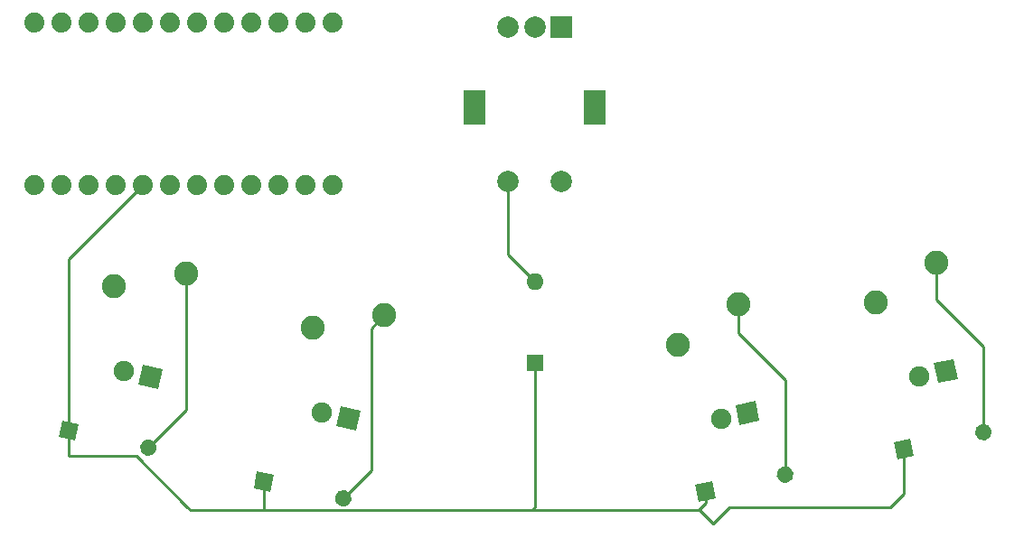
<source format=gtl>
G04 #@! TF.GenerationSoftware,KiCad,Pcbnew,(5.1.9)-1*
G04 #@! TF.CreationDate,2021-01-29T11:50:50-08:00*
G04 #@! TF.ProjectId,foursu-pcb,666f7572-7375-42d7-9063-622e6b696361,rev?*
G04 #@! TF.SameCoordinates,Original*
G04 #@! TF.FileFunction,Copper,L1,Top*
G04 #@! TF.FilePolarity,Positive*
%FSLAX46Y46*%
G04 Gerber Fmt 4.6, Leading zero omitted, Abs format (unit mm)*
G04 Created by KiCad (PCBNEW (5.1.9)-1) date 2021-01-29 11:50:50*
%MOMM*%
%LPD*%
G01*
G04 APERTURE LIST*
G04 #@! TA.AperFunction,ComponentPad*
%ADD10R,2.000000X2.000000*%
G04 #@! TD*
G04 #@! TA.AperFunction,ComponentPad*
%ADD11C,2.000000*%
G04 #@! TD*
G04 #@! TA.AperFunction,ComponentPad*
%ADD12R,2.000000X3.200000*%
G04 #@! TD*
G04 #@! TA.AperFunction,ComponentPad*
%ADD13C,0.100000*%
G04 #@! TD*
G04 #@! TA.AperFunction,ComponentPad*
%ADD14C,1.905000*%
G04 #@! TD*
G04 #@! TA.AperFunction,ComponentPad*
%ADD15C,2.250000*%
G04 #@! TD*
G04 #@! TA.AperFunction,ComponentPad*
%ADD16O,1.600000X1.600000*%
G04 #@! TD*
G04 #@! TA.AperFunction,ComponentPad*
%ADD17R,1.600000X1.600000*%
G04 #@! TD*
G04 #@! TA.AperFunction,ComponentPad*
%ADD18C,1.879600*%
G04 #@! TD*
G04 #@! TA.AperFunction,Conductor*
%ADD19C,0.254000*%
G04 #@! TD*
G04 APERTURE END LIST*
D10*
G04 #@! TO.P,SW1,A*
G04 #@! TO.N,ENC1*
X94130000Y-130300000D03*
D11*
G04 #@! TO.P,SW1,C*
G04 #@! TO.N,GND*
X91630000Y-130300000D03*
G04 #@! TO.P,SW1,B*
G04 #@! TO.N,ENC0*
X89130000Y-130300000D03*
D12*
G04 #@! TO.P,SW1,MP*
G04 #@! TO.N,N/C*
X97230000Y-137800000D03*
X86030000Y-137800000D03*
D11*
G04 #@! TO.P,SW1,S2*
G04 #@! TO.N,COL4*
X94130000Y-144800000D03*
G04 #@! TO.P,SW1,S1*
G04 #@! TO.N,Net-(D5-Pad2)*
X89130000Y-144800000D03*
G04 #@! TD*
G04 #@! TA.AperFunction,ComponentPad*
D13*
G04 #@! TO.P,MX4,4*
G04 #@! TO.N,N/C*
G36*
X129404789Y-163674663D02*
G01*
X129008718Y-161811292D01*
X130872089Y-161415221D01*
X131268160Y-163278592D01*
X129404789Y-163674663D01*
G37*
G04 #@! TD.AperFunction*
D14*
G04 #@! TO.P,MX4,3*
X127653944Y-163073038D03*
D15*
G04 #@! TO.P,MX4,1*
G04 #@! TO.N,COL3*
X123585162Y-156147649D03*
G04 #@! TO.P,MX4,2*
G04 #@! TO.N,Net-(D4-Pad2)*
X129268304Y-152342914D03*
G04 #@! TD*
G04 #@! TA.AperFunction,ComponentPad*
D13*
G04 #@! TO.P,MX3,4*
G04 #@! TO.N,N/C*
G36*
X110824789Y-167624663D02*
G01*
X110428718Y-165761292D01*
X112292089Y-165365221D01*
X112688160Y-167228592D01*
X110824789Y-167624663D01*
G37*
G04 #@! TD.AperFunction*
D14*
G04 #@! TO.P,MX3,3*
X109073944Y-167023038D03*
D15*
G04 #@! TO.P,MX3,1*
G04 #@! TO.N,COL2*
X105005162Y-160097649D03*
G04 #@! TO.P,MX3,2*
G04 #@! TO.N,Net-(D3-Pad2)*
X110688304Y-156292914D03*
G04 #@! TD*
G04 #@! TA.AperFunction,ComponentPad*
D13*
G04 #@! TO.P,MX2,4*
G04 #@! TO.N,N/C*
G36*
X73076335Y-167726688D02*
G01*
X73472406Y-165863317D01*
X75335777Y-166259388D01*
X74939706Y-168122759D01*
X73076335Y-167726688D01*
G37*
G04 #@! TD.AperFunction*
D14*
G04 #@! TO.P,MX2,3*
X71721561Y-166464942D03*
D15*
G04 #@! TO.P,MX2,1*
G04 #@! TO.N,COL1*
X70821353Y-158483362D03*
G04 #@! TO.P,MX2,2*
G04 #@! TO.N,Net-(D2-Pad2)*
X77560686Y-157319106D03*
G04 #@! TD*
G04 #@! TA.AperFunction,ComponentPad*
D13*
G04 #@! TO.P,MX1,4*
G04 #@! TO.N,N/C*
G36*
X54506335Y-163796688D02*
G01*
X54902406Y-161933317D01*
X56765777Y-162329388D01*
X56369706Y-164192759D01*
X54506335Y-163796688D01*
G37*
G04 #@! TD.AperFunction*
D14*
G04 #@! TO.P,MX1,3*
X53151561Y-162534942D03*
D15*
G04 #@! TO.P,MX1,1*
G04 #@! TO.N,COL0*
X52251353Y-154553362D03*
G04 #@! TO.P,MX1,2*
G04 #@! TO.N,Net-(D1-Pad2)*
X58990686Y-153389106D03*
G04 #@! TD*
D16*
G04 #@! TO.P,D5,2*
G04 #@! TO.N,Net-(D5-Pad2)*
X91643750Y-154173750D03*
D17*
G04 #@! TO.P,D5,1*
G04 #@! TO.N,ROW0*
X91643750Y-161793750D03*
G04 #@! TD*
G04 #@! TO.P,D4,2*
G04 #@! TO.N,Net-(D4-Pad2)*
G04 #@! TA.AperFunction,ComponentPad*
G36*
G01*
X132877217Y-168444542D02*
X132877217Y-168444542D01*
G75*
G02*
X133493406Y-167495695I782518J166329D01*
G01*
X133493406Y-167495695D01*
G75*
G02*
X134442253Y-168111884I166329J-782518D01*
G01*
X134442253Y-168111884D01*
G75*
G02*
X133826064Y-169060731I-782518J-166329D01*
G01*
X133826064Y-169060731D01*
G75*
G02*
X132877217Y-168444542I-166329J782518D01*
G01*
G37*
G04 #@! TD.AperFunction*
G04 #@! TA.AperFunction,ComponentPad*
D13*
G04 #@! TO.P,D4,1*
G04 #@! TO.N,ROW0*
G36*
X125590061Y-170811347D02*
G01*
X125257403Y-169246311D01*
X126822439Y-168913653D01*
X127155097Y-170478689D01*
X125590061Y-170811347D01*
G37*
G04 #@! TD.AperFunction*
G04 #@! TD*
G04 #@! TO.P,D3,2*
G04 #@! TO.N,Net-(D3-Pad2)*
G04 #@! TA.AperFunction,ComponentPad*
G36*
G01*
X114311232Y-172410079D02*
X114311232Y-172410079D01*
G75*
G02*
X114927421Y-171461232I782518J166329D01*
G01*
X114927421Y-171461232D01*
G75*
G02*
X115876268Y-172077421I166329J-782518D01*
G01*
X115876268Y-172077421D01*
G75*
G02*
X115260079Y-173026268I-782518J-166329D01*
G01*
X115260079Y-173026268D01*
G75*
G02*
X114311232Y-172410079I-166329J782518D01*
G01*
G37*
G04 #@! TD.AperFunction*
G04 #@! TA.AperFunction,ComponentPad*
G04 #@! TO.P,D3,1*
G04 #@! TO.N,ROW0*
G36*
X107024076Y-174776884D02*
G01*
X106691418Y-173211848D01*
X108256454Y-172879190D01*
X108589112Y-174444226D01*
X107024076Y-174776884D01*
G37*
G04 #@! TD.AperFunction*
G04 #@! TD*
G04 #@! TO.P,D2,2*
G04 #@! TO.N,Net-(D2-Pad2)*
G04 #@! TA.AperFunction,ComponentPad*
G36*
G01*
X72914717Y-174324208D02*
X72914717Y-174324208D01*
G75*
G02*
X73863564Y-173708019I782518J-166329D01*
G01*
X73863564Y-173708019D01*
G75*
G02*
X74479753Y-174656866I-166329J-782518D01*
G01*
X74479753Y-174656866D01*
G75*
G02*
X73530906Y-175273055I-782518J166329D01*
G01*
X73530906Y-175273055D01*
G75*
G02*
X72914717Y-174324208I166329J782518D01*
G01*
G37*
G04 #@! TD.AperFunction*
G04 #@! TA.AperFunction,ComponentPad*
G04 #@! TO.P,D2,1*
G04 #@! TO.N,ROW0*
G36*
X65294903Y-173522439D02*
G01*
X65627561Y-171957403D01*
X67192597Y-172290061D01*
X66859939Y-173855097D01*
X65294903Y-173522439D01*
G37*
G04 #@! TD.AperFunction*
G04 #@! TD*
G04 #@! TO.P,D1,2*
G04 #@! TO.N,Net-(D1-Pad2)*
G04 #@! TA.AperFunction,ComponentPad*
G36*
G01*
X54658467Y-169561708D02*
X54658467Y-169561708D01*
G75*
G02*
X55607314Y-168945519I782518J-166329D01*
G01*
X55607314Y-168945519D01*
G75*
G02*
X56223503Y-169894366I-166329J-782518D01*
G01*
X56223503Y-169894366D01*
G75*
G02*
X55274656Y-170510555I-782518J166329D01*
G01*
X55274656Y-170510555D01*
G75*
G02*
X54658467Y-169561708I166329J782518D01*
G01*
G37*
G04 #@! TD.AperFunction*
G04 #@! TA.AperFunction,ComponentPad*
G04 #@! TO.P,D1,1*
G04 #@! TO.N,ROW0*
G36*
X47038653Y-168759939D02*
G01*
X47371311Y-167194903D01*
X48936347Y-167527561D01*
X48603689Y-169092597D01*
X47038653Y-168759939D01*
G37*
G04 #@! TD.AperFunction*
G04 #@! TD*
D18*
G04 #@! TO.P,B1,24*
G04 #@! TO.N,Net-(B1-Pad24)*
X44770000Y-129880000D03*
G04 #@! TO.P,B1,23*
G04 #@! TO.N,Net-(B1-Pad23)*
X47310000Y-129880000D03*
G04 #@! TO.P,B1,22*
G04 #@! TO.N,Net-(B1-Pad22)*
X49850000Y-129880000D03*
G04 #@! TO.P,B1,21*
G04 #@! TO.N,Net-(B1-Pad21)*
X52390000Y-129880000D03*
G04 #@! TO.P,B1,20*
G04 #@! TO.N,Net-(B1-Pad20)*
X54930000Y-129880000D03*
G04 #@! TO.P,B1,19*
G04 #@! TO.N,Net-(B1-Pad19)*
X57470000Y-129880000D03*
G04 #@! TO.P,B1,18*
G04 #@! TO.N,Net-(B1-Pad18)*
X60010000Y-129880000D03*
G04 #@! TO.P,B1,17*
G04 #@! TO.N,Net-(B1-Pad17)*
X62550000Y-129880000D03*
G04 #@! TO.P,B1,16*
G04 #@! TO.N,Net-(B1-Pad16)*
X65090000Y-129880000D03*
G04 #@! TO.P,B1,15*
G04 #@! TO.N,Net-(B1-Pad15)*
X67630000Y-129880000D03*
G04 #@! TO.P,B1,14*
G04 #@! TO.N,Net-(B1-Pad14)*
X70170000Y-129880000D03*
G04 #@! TO.P,B1,13*
G04 #@! TO.N,Net-(B1-Pad13)*
X72710000Y-129880000D03*
G04 #@! TO.P,B1,12*
G04 #@! TO.N,COL4*
X72710000Y-145120000D03*
G04 #@! TO.P,B1,11*
G04 #@! TO.N,COL3*
X70170000Y-145120000D03*
G04 #@! TO.P,B1,10*
G04 #@! TO.N,COL2*
X67630000Y-145120000D03*
G04 #@! TO.P,B1,9*
G04 #@! TO.N,COL1*
X65090000Y-145120000D03*
G04 #@! TO.P,B1,8*
G04 #@! TO.N,ENC1*
X62550000Y-145120000D03*
G04 #@! TO.P,B1,7*
G04 #@! TO.N,COL0*
X60010000Y-145120000D03*
G04 #@! TO.P,B1,6*
G04 #@! TO.N,ENC0*
X57470000Y-145120000D03*
G04 #@! TO.P,B1,5*
G04 #@! TO.N,ROW0*
X54930000Y-145120000D03*
G04 #@! TO.P,B1,4*
G04 #@! TO.N,GND*
X52390000Y-145120000D03*
G04 #@! TO.P,B1,3*
G04 #@! TO.N,Net-(B1-Pad3)*
X49850000Y-145120000D03*
G04 #@! TO.P,B1,2*
G04 #@! TO.N,Net-(B1-Pad2)*
X47310000Y-145120000D03*
G04 #@! TO.P,B1,1*
G04 #@! TO.N,Net-(B1-Pad1)*
X44770000Y-145120000D03*
G04 #@! TD*
D19*
G04 #@! TO.N,ROW0*
X47987500Y-168143750D02*
X47987500Y-170525000D01*
X47987500Y-170525000D02*
X54337500Y-170525000D01*
X54337500Y-170525000D02*
X59100000Y-175287500D01*
X59100000Y-175287500D02*
X59430038Y-175617538D01*
X107055038Y-175617538D02*
X108312500Y-176875000D01*
X108312500Y-176875000D02*
X109900000Y-175287500D01*
X91643750Y-175287500D02*
X91313712Y-175617538D01*
X91643750Y-161793750D02*
X91643750Y-175287500D01*
X47987500Y-152062500D02*
X54930000Y-145120000D01*
X47987500Y-168143750D02*
X47987500Y-152062500D01*
X107640265Y-174934735D02*
X106957462Y-175617538D01*
X107640265Y-173828037D02*
X107640265Y-174934735D01*
X106957462Y-175617538D02*
X107055038Y-175617538D01*
X91313712Y-175617538D02*
X106957462Y-175617538D01*
X124750000Y-175287500D02*
X124487500Y-175287500D01*
X124487500Y-175287500D02*
X124981250Y-175287500D01*
X109900000Y-175287500D02*
X124487500Y-175287500D01*
X126206250Y-174062500D02*
X124981250Y-175287500D01*
X126206250Y-169862500D02*
X126206250Y-174062500D01*
X66243750Y-175453826D02*
X66080038Y-175617538D01*
X66243750Y-172906250D02*
X66243750Y-175453826D01*
X66080038Y-175617538D02*
X91313712Y-175617538D01*
X59430038Y-175617538D02*
X66080038Y-175617538D01*
G04 #@! TO.N,Net-(D1-Pad2)*
X58990686Y-166178336D02*
X58990686Y-153389106D01*
X55440985Y-169728037D02*
X58990686Y-166178336D01*
G04 #@! TO.N,Net-(D2-Pad2)*
X76340901Y-158538891D02*
X77560686Y-157319106D01*
X76340901Y-171846871D02*
X76340901Y-158538891D01*
X73697235Y-174490537D02*
X76340901Y-171846871D01*
G04 #@! TO.N,Net-(D3-Pad2)*
X111547057Y-156272914D02*
X110668304Y-156272914D01*
X115093750Y-163377531D02*
X115093750Y-172243750D01*
X110688304Y-158972085D02*
X115093750Y-163377531D01*
X110688304Y-156292914D02*
X110688304Y-158972085D01*
G04 #@! TO.N,Net-(D4-Pad2)*
X129268304Y-155833370D02*
X129268304Y-152342914D01*
X133659735Y-160224801D02*
X129268304Y-155833370D01*
X133659735Y-168278213D02*
X133659735Y-160224801D01*
G04 #@! TO.N,Net-(D5-Pad2)*
X89130000Y-151660000D02*
X91643750Y-154173750D01*
X89130000Y-144800000D02*
X89130000Y-151660000D01*
G04 #@! TD*
M02*

</source>
